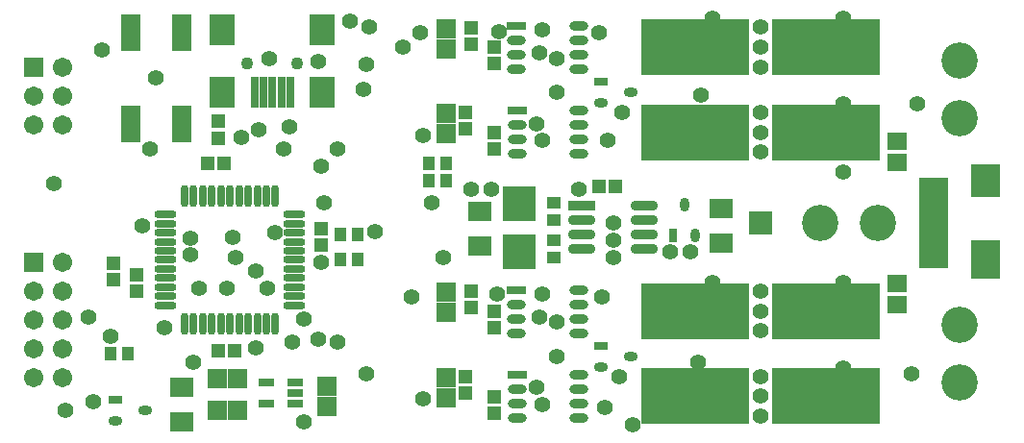
<source format=gbr>
%FSDAX33Y33*%
%MOMM*%
%SFA1B1*%

%IPPOS*%
%ADD11R,9.500001X5.000000*%
%ADD12R,2.500000X2.999999*%
%ADD13R,2.500000X3.500001*%
%ADD14R,2.500000X7.999999*%
%ADD15R,2.000001X2.000001*%
%ADD16R,1.727200X3.203199*%
%ADD17R,1.473200X0.711200*%
%ADD18R,1.253200X0.803199*%
%ADD19O,1.253200X0.803199*%
%ADD20O,1.653200X0.803199*%
%ADD21R,1.653200X0.803199*%
%ADD22R,2.053199X1.653200*%
%ADD23R,1.703200X1.553200*%
%ADD24R,1.003201X1.253200*%
%ADD25R,0.703199X2.703200*%
%ADD26R,2.203201X2.703200*%
%ADD27R,2.843200X3.013199*%
%ADD28R,2.103199X1.703200*%
%ADD29R,1.753199X1.703200*%
%ADD30R,1.203201X1.303200*%
%ADD31R,2.403201X0.903201*%
%ADD32O,2.403201X0.903201*%
%ADD33R,2.503200X3.403201*%
%ADD34R,2.003199X0.803199*%
%ADD35O,2.003199X0.803199*%
%ADD36O,1.953199X0.753199*%
%ADD37O,0.753199X1.953199*%
%ADD38R,1.253200X1.003201*%
%ADD39R,0.803199X1.253200*%
%ADD40O,0.803199X1.253200*%
%ADD41R,1.703200X1.753199*%
%ADD42R,1.303200X1.203201*%
%ADD43C,1.103201*%
%ADD44C,1.703200*%
%ADD45R,1.703200X1.703200*%
%ADD46C,3.203199*%
%ADD47C,1.403200*%
%LNgbr_top_solder-1*%
%LPD*%
G54D44*
X008725Y011642D03*
Y014182D03*
Y016722D03*
Y019262D03*
G54D45*
X008725Y021802D03*
G54D44*
X008725Y033972D03*
Y036512D03*
G54D45*
X008725Y039052D03*
G54D44*
X011265Y011642D03*
Y014182D03*
Y016722D03*
Y019262D03*
Y021802D03*
Y033972D03*
Y036512D03*
Y039052D03*
G54D24*
X015475Y013802D03*
G54D42*
X015725Y020327D03*
Y021777D03*
G54D19*
X015900Y007852D03*
G54D18*
X015900Y009752D03*
G54D24*
X016975Y013802D03*
G54D16*
X017225Y034052D03*
Y042052D03*
G54D42*
X017725Y019327D03*
Y020777D03*
G54D19*
X018550Y008802D03*
G54D36*
X020325Y018052D03*
Y018852D03*
Y019652D03*
Y020452D03*
Y021252D03*
Y022052D03*
Y022852D03*
Y023652D03*
Y024452D03*
Y025252D03*
Y026052D03*
G54D22*
X021725Y007802D03*
Y010802D03*
G54D16*
X021725Y034052D03*
Y042052D03*
G54D37*
X021975Y016402D03*
Y027702D03*
X022775Y016402D03*
Y027702D03*
X023575Y016402D03*
Y027702D03*
G54D30*
X024000Y030552D03*
G54D37*
X024375Y016402D03*
Y027702D03*
G54D41*
X024825Y008802D03*
Y011552D03*
G54D30*
X024975Y014052D03*
G54D42*
X024975Y032802D03*
Y034252D03*
G54D37*
X025175Y016402D03*
Y027702D03*
G54D26*
X025325Y036802D03*
Y042302D03*
G54D30*
X025450Y030552D03*
G54D37*
X025975Y016402D03*
Y027702D03*
G54D30*
X026425Y014052D03*
G54D41*
X026625Y008802D03*
Y011552D03*
G54D37*
X026775Y016402D03*
Y027702D03*
G54D43*
X027525Y039402D03*
G54D37*
X027575Y016402D03*
Y027702D03*
G54D25*
X028125Y036802D03*
G54D37*
X028375Y016402D03*
Y027702D03*
G54D25*
X028925Y036802D03*
G54D37*
X029175Y016402D03*
Y027702D03*
G54D17*
X029185Y009362D03*
Y011267D03*
G54D25*
X029725Y036802D03*
G54D37*
X029975Y016402D03*
Y027702D03*
G54D25*
X030525Y036802D03*
X031325D03*
G54D36*
X031625Y018052D03*
Y018852D03*
Y019652D03*
Y020452D03*
Y021252D03*
Y022052D03*
Y022852D03*
Y023652D03*
Y024452D03*
Y025252D03*
Y026052D03*
G54D17*
X031725Y009362D03*
Y011267D03*
Y010302D03*
G54D43*
X031925Y039402D03*
G54D42*
X033975Y023327D03*
Y024777D03*
G54D26*
X034125Y036802D03*
Y042302D03*
G54D29*
X034475Y009152D03*
Y010952D03*
G54D24*
X035725Y024302D03*
Y022052D03*
X037225Y024302D03*
Y022052D03*
X043475Y029052D03*
Y030552D03*
X044975Y029052D03*
G54D29*
X044975Y009902D03*
Y011702D03*
Y017402D03*
Y019202D03*
G54D24*
X044975Y030552D03*
G54D29*
X044975Y033152D03*
Y034952D03*
Y040652D03*
Y042452D03*
G54D42*
X046725Y010327D03*
Y011777D03*
Y033577D03*
Y035027D03*
X047225Y017827D03*
Y019277D03*
Y041077D03*
Y042527D03*
G54D28*
X047975Y023302D03*
Y026302D03*
G54D42*
X049225Y008577D03*
Y010027D03*
Y016077D03*
Y017527D03*
Y031827D03*
Y033277D03*
Y039327D03*
Y040777D03*
G54D20*
X051209Y015602D03*
Y016872D03*
Y018142D03*
G54D21*
X051209Y019412D03*
G54D20*
X051209Y038852D03*
Y040122D03*
Y041392D03*
G54D21*
X051209Y042662D03*
G54D20*
X051250Y008147D03*
Y009417D03*
Y010687D03*
G54D21*
X051250Y011957D03*
G54D20*
X051250Y031397D03*
Y032667D03*
Y033937D03*
G54D21*
X051250Y035207D03*
G54D27*
X051475Y022802D03*
Y027002D03*
G54D38*
X054475Y022302D03*
Y023802D03*
Y025552D03*
Y027052D03*
G54D20*
X056659Y015602D03*
Y016872D03*
Y018142D03*
Y019412D03*
Y038852D03*
Y040122D03*
Y041392D03*
Y042662D03*
X056700Y008147D03*
Y009417D03*
Y010687D03*
Y011957D03*
Y031397D03*
Y032667D03*
Y033937D03*
Y035207D03*
G54D32*
X056975Y023012D03*
Y024282D03*
Y025552D03*
G54D31*
X056975Y026822D03*
G54D30*
X058500Y028552D03*
G54D19*
X058650Y012602D03*
G54D18*
X058650Y014502D03*
G54D19*
X058650Y035852D03*
G54D18*
X058650Y037752D03*
G54D30*
X059950Y028552D03*
G54D19*
X061300Y013552D03*
Y036802D03*
G54D32*
X062475Y023012D03*
Y024282D03*
Y025552D03*
Y026822D03*
G54D35*
X063266Y008147D03*
Y009417D03*
Y010687D03*
Y011957D03*
Y015647D03*
Y016917D03*
Y018187D03*
Y019457D03*
Y031397D03*
Y032667D03*
Y033937D03*
Y035207D03*
Y038897D03*
Y040167D03*
Y041437D03*
Y042707D03*
G54D39*
X065025Y024227D03*
G54D40*
X065975Y026877D03*
G54D33*
X066475Y010052D03*
Y017552D03*
Y033302D03*
Y040802D03*
G54D40*
X066925Y024227D03*
G54D11*
X066975Y010052D03*
Y017552D03*
Y033302D03*
Y040802D03*
G54D28*
X069225Y023552D03*
Y026552D03*
G54D34*
X070666Y008147D03*
G54D35*
X070666Y009417D03*
Y010687D03*
Y011957D03*
G54D34*
X070666Y015647D03*
G54D35*
X070666Y016917D03*
Y018187D03*
Y019457D03*
G54D34*
X070666Y031397D03*
G54D35*
X070666Y032667D03*
Y033937D03*
Y035207D03*
G54D34*
X070666Y038897D03*
G54D35*
X070666Y040167D03*
Y041437D03*
Y042707D03*
G54D15*
X072725Y025302D03*
G54D35*
X074766Y008147D03*
Y009417D03*
Y010687D03*
Y011957D03*
Y015647D03*
Y016917D03*
Y018187D03*
Y019457D03*
Y031397D03*
Y032667D03*
Y033937D03*
Y035207D03*
Y038897D03*
Y040167D03*
Y041437D03*
Y042707D03*
G54D46*
X077935Y025302D03*
G54D33*
X077975Y010052D03*
Y017552D03*
Y033302D03*
Y040802D03*
G54D11*
X078475Y010052D03*
Y017552D03*
Y033302D03*
Y040802D03*
G54D34*
X082166Y008147D03*
G54D35*
X082166Y009417D03*
Y010687D03*
Y011957D03*
G54D34*
X082166Y015647D03*
G54D35*
X082166Y016917D03*
Y018187D03*
Y019457D03*
G54D34*
X082166Y031397D03*
G54D35*
X082166Y032667D03*
Y033937D03*
Y035207D03*
G54D34*
X082166Y038897D03*
G54D35*
X082166Y040167D03*
Y041437D03*
Y042707D03*
G54D46*
X083015Y025302D03*
G54D23*
X084725Y018102D03*
Y020002D03*
Y030602D03*
Y032502D03*
G54D14*
X087975Y025302D03*
G54D46*
X090225Y011262D03*
Y016342D03*
Y034512D03*
Y039592D03*
G54D13*
X092475Y022052D03*
G54D12*
X092475Y029052D03*
G54D47*
X010475Y028802D03*
X011475Y008802D03*
X013475Y017052D03*
X013975Y009552D03*
X014725Y040552D03*
X015475Y015302D03*
X018225Y025052D03*
X018975Y031802D03*
X019475Y038052D03*
X020225Y016052D03*
X022475Y022525D03*
Y023979D03*
X022725Y013052D03*
X023225Y019552D03*
X025725D03*
X026225Y024052D03*
X026475Y022302D03*
X027002Y032852D03*
X028225Y014302D03*
Y021052D03*
X028475Y033552D03*
X029225Y019552D03*
X029475Y039802D03*
X029975Y024452D03*
X030725Y031802D03*
X031225Y033802D03*
X031475Y014802D03*
X032475Y007802D03*
Y016802D03*
X033725Y015052D03*
Y039552D03*
X033975Y021802D03*
Y030302D03*
X034225Y027052D03*
X035475Y014802D03*
Y031802D03*
X036525Y043052D03*
X037725Y037052D03*
X037975Y012052D03*
Y039302D03*
X038225Y042552D03*
X038725Y024552D03*
X041225Y040802D03*
X041975Y018802D03*
X042725Y042052D03*
X042975Y009802D03*
Y033052D03*
X043725Y027052D03*
X044725Y022302D03*
X047225Y028302D03*
X048975D03*
X049475Y019052D03*
X049634Y042127D03*
X052975Y010802D03*
Y034052D03*
X053225Y017052D03*
Y040302D03*
X053475Y009302D03*
Y032552D03*
X053475Y019052D03*
Y042302D03*
X054725Y013552D03*
Y016552D03*
Y036802D03*
Y039802D03*
X056725Y028302D03*
X058475Y042052D03*
X058725Y018802D03*
X058975Y009052D03*
X059225Y032552D03*
X059725Y022302D03*
Y023802D03*
Y025302D03*
X060225Y011802D03*
X060475Y035052D03*
X061475Y007552D03*
X064725Y022802D03*
X066475D03*
X067225Y013052D03*
X067475Y036552D03*
X068475Y020052D03*
Y043302D03*
X072725Y008302D03*
Y010052D03*
Y011802D03*
Y015802D03*
Y017552D03*
Y019302D03*
Y031552D03*
Y033302D03*
Y035052D03*
Y039052D03*
Y040802D03*
Y042552D03*
X079975Y012552D03*
Y020052D03*
Y029802D03*
Y035802D03*
Y043302D03*
X085975Y012052D03*
X086475Y035802D03*
M02*
</source>
